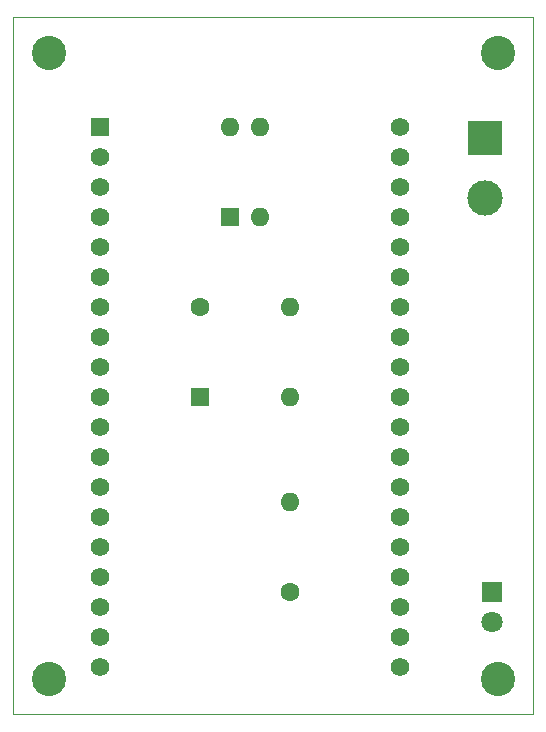
<source format=gbr>
%TF.GenerationSoftware,KiCad,Pcbnew,6.0.10+dfsg-1~bpo11+1*%
%TF.CreationDate,2023-02-14T21:12:36+00:00*%
%TF.ProjectId,Gazpar,47617a70-6172-42e6-9b69-6361645f7063,rev?*%
%TF.SameCoordinates,Original*%
%TF.FileFunction,Soldermask,Top*%
%TF.FilePolarity,Negative*%
%FSLAX45Y45*%
G04 Gerber Fmt 4.5, Leading zero omitted, Abs format (unit mm)*
G04 Created by KiCad (PCBNEW 6.0.10+dfsg-1~bpo11+1) date 2023-02-14 21:12:36*
%MOMM*%
%LPD*%
G01*
G04 APERTURE LIST*
%TA.AperFunction,Profile*%
%ADD10C,0.050000*%
%TD*%
%ADD11R,1.800000X1.800000*%
%ADD12C,1.800000*%
%ADD13R,1.600000X1.600000*%
%ADD14O,1.600000X1.600000*%
%ADD15R,1.560000X1.560000*%
%ADD16C,1.560000*%
%ADD17C,1.600000*%
%ADD18R,3.000000X3.000000*%
%ADD19C,3.000000*%
%ADD20C,2.900000*%
G04 APERTURE END LIST*
D10*
X15000000Y-4100000D02*
X15000000Y-10000000D01*
X15000000Y-4100000D02*
X19400000Y-4100000D01*
X19400000Y-4100000D02*
X19400000Y-10000000D01*
X15000000Y-10000000D02*
X19400000Y-10000000D01*
D11*
X19057000Y-8961000D03*
D12*
X19057000Y-9215000D03*
D13*
X16584250Y-7310000D03*
D14*
X17346250Y-7310000D03*
D15*
X15730000Y-5024000D03*
D16*
X15730000Y-5278000D03*
X15730000Y-5532000D03*
X15730000Y-5786000D03*
X15730000Y-6040000D03*
X15730000Y-6294000D03*
X15730000Y-6548000D03*
X15730000Y-6802000D03*
X15730000Y-7056000D03*
X15730000Y-7310000D03*
X15730000Y-7564000D03*
X15730000Y-7818000D03*
X15730000Y-8072000D03*
X15730000Y-8326000D03*
X15730000Y-8580000D03*
X15730000Y-8834000D03*
X15730000Y-9088000D03*
X15730000Y-9342000D03*
X15730000Y-9596000D03*
X18270000Y-5024000D03*
X18270000Y-5278000D03*
X18270000Y-5532000D03*
X18270000Y-5786000D03*
X18270000Y-6040000D03*
X18270000Y-6294000D03*
X18270000Y-6548000D03*
X18270000Y-6802000D03*
X18270000Y-7056000D03*
X18270000Y-7310000D03*
X18270000Y-7564000D03*
X18270000Y-7818000D03*
X18270000Y-8072000D03*
X18270000Y-8326000D03*
X18270000Y-8580000D03*
X18270000Y-8834000D03*
X18270000Y-9088000D03*
X18270000Y-9342000D03*
X18270000Y-9596000D03*
D17*
X16584250Y-6548000D03*
D14*
X17346250Y-6548000D03*
D13*
X16837750Y-5786000D03*
D14*
X17091750Y-5786000D03*
X17091750Y-5024000D03*
X16837750Y-5024000D03*
D18*
X18993500Y-5118000D03*
D19*
X18993500Y-5626000D03*
D17*
X17346250Y-8961000D03*
D14*
X17346250Y-8199000D03*
D20*
X19100000Y-9700000D03*
X19100000Y-4400000D03*
X15300000Y-4400000D03*
X15300000Y-9700000D03*
M02*

</source>
